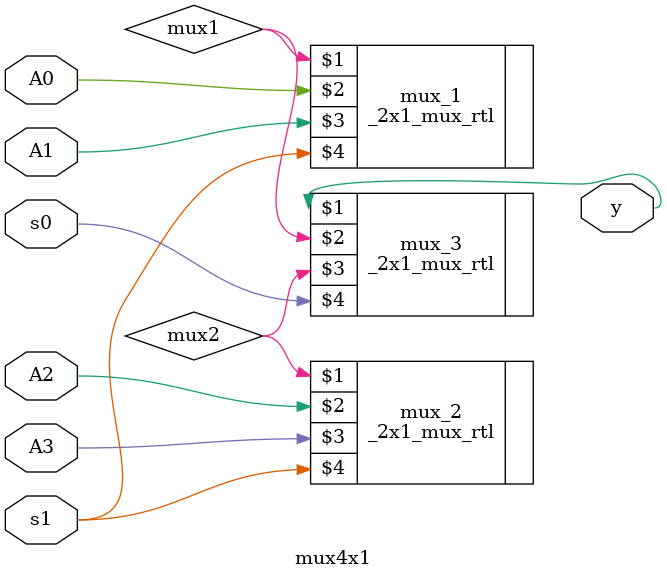
<source format=v>
`timescale 1ns / 1ps


module mux4x1(y,A0,A1,A2,A3,s1,s0);
input A0,A1,A2,A3,s1,s0;
output y;
wire mux1,mux2;
_2x1_mux_rtl mux_1(mux1,A0,A1,s1);
_2x1_mux_rtl mux_2(mux2,A2,A3,s1);
_2x1_mux_rtl mux_3(y,mux1,mux2,s0);
endmodule
</source>
